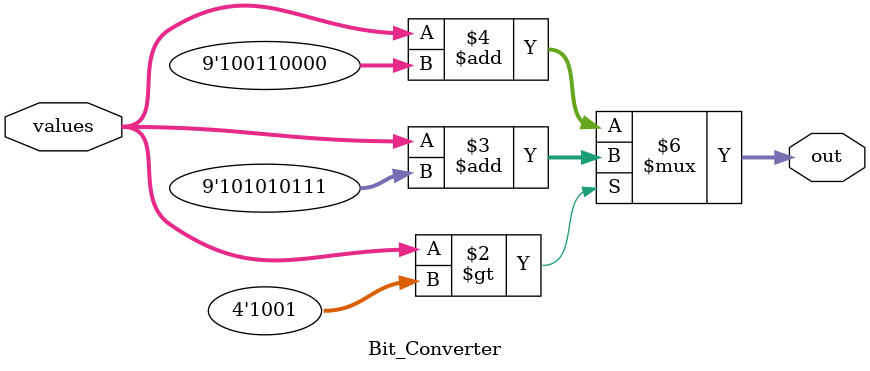
<source format=v>
module Bit_Converter (out, values);
		output [8:0]out;
		input [3:0]values;
		reg [8:0]out;
		
		always @ (*)
		begin
			if ( values > 4'd9)
				out = values + 9'h157;
			else
				out = values + 9'h130;
		end
endmodule

</source>
